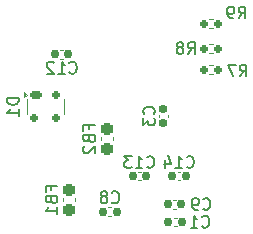
<source format=gbr>
%TF.GenerationSoftware,KiCad,Pcbnew,8.0.5*%
%TF.CreationDate,2024-10-07T14:28:25-07:00*%
%TF.ProjectId,USB_SPII2CK,5553425f-5350-4494-9932-434b2e6b6963,rev?*%
%TF.SameCoordinates,Original*%
%TF.FileFunction,Legend,Bot*%
%TF.FilePolarity,Positive*%
%FSLAX46Y46*%
G04 Gerber Fmt 4.6, Leading zero omitted, Abs format (unit mm)*
G04 Created by KiCad (PCBNEW 8.0.5) date 2024-10-07 14:28:25*
%MOMM*%
%LPD*%
G01*
G04 APERTURE LIST*
G04 Aperture macros list*
%AMRoundRect*
0 Rectangle with rounded corners*
0 $1 Rounding radius*
0 $2 $3 $4 $5 $6 $7 $8 $9 X,Y pos of 4 corners*
0 Add a 4 corners polygon primitive as box body*
4,1,4,$2,$3,$4,$5,$6,$7,$8,$9,$2,$3,0*
0 Add four circle primitives for the rounded corners*
1,1,$1+$1,$2,$3*
1,1,$1+$1,$4,$5*
1,1,$1+$1,$6,$7*
1,1,$1+$1,$8,$9*
0 Add four rect primitives between the rounded corners*
20,1,$1+$1,$2,$3,$4,$5,0*
20,1,$1+$1,$4,$5,$6,$7,0*
20,1,$1+$1,$6,$7,$8,$9,0*
20,1,$1+$1,$8,$9,$2,$3,0*%
G04 Aperture macros list end*
%ADD10C,0.150000*%
%ADD11C,0.120000*%
%ADD12O,1.600000X0.900000*%
%ADD13RoundRect,0.250000X-0.600000X-0.600000X0.600000X-0.600000X0.600000X0.600000X-0.600000X0.600000X0*%
%ADD14C,1.700000*%
%ADD15R,1.000000X1.000000*%
%ADD16O,1.000000X1.000000*%
%ADD17RoundRect,0.155000X0.212500X0.155000X-0.212500X0.155000X-0.212500X-0.155000X0.212500X-0.155000X0*%
%ADD18RoundRect,0.160000X0.197500X0.160000X-0.197500X0.160000X-0.197500X-0.160000X0.197500X-0.160000X0*%
%ADD19C,3.000000*%
%ADD20RoundRect,0.155000X-0.212500X-0.155000X0.212500X-0.155000X0.212500X0.155000X-0.212500X0.155000X0*%
%ADD21RoundRect,0.237500X-0.237500X0.300000X-0.237500X-0.300000X0.237500X-0.300000X0.237500X0.300000X0*%
%ADD22RoundRect,0.155000X-0.155000X0.212500X-0.155000X-0.212500X0.155000X-0.212500X0.155000X0.212500X0*%
%ADD23RoundRect,0.175000X-0.325000X0.175000X-0.325000X-0.175000X0.325000X-0.175000X0.325000X0.175000X0*%
%ADD24RoundRect,0.150000X-0.150000X0.200000X-0.150000X-0.200000X0.150000X-0.200000X0.150000X0.200000X0*%
G04 APERTURE END LIST*
D10*
X143466666Y-106159580D02*
X143514285Y-106207200D01*
X143514285Y-106207200D02*
X143657142Y-106254819D01*
X143657142Y-106254819D02*
X143752380Y-106254819D01*
X143752380Y-106254819D02*
X143895237Y-106207200D01*
X143895237Y-106207200D02*
X143990475Y-106111961D01*
X143990475Y-106111961D02*
X144038094Y-106016723D01*
X144038094Y-106016723D02*
X144085713Y-105826247D01*
X144085713Y-105826247D02*
X144085713Y-105683390D01*
X144085713Y-105683390D02*
X144038094Y-105492914D01*
X144038094Y-105492914D02*
X143990475Y-105397676D01*
X143990475Y-105397676D02*
X143895237Y-105302438D01*
X143895237Y-105302438D02*
X143752380Y-105254819D01*
X143752380Y-105254819D02*
X143657142Y-105254819D01*
X143657142Y-105254819D02*
X143514285Y-105302438D01*
X143514285Y-105302438D02*
X143466666Y-105350057D01*
X142990475Y-106254819D02*
X142799999Y-106254819D01*
X142799999Y-106254819D02*
X142704761Y-106207200D01*
X142704761Y-106207200D02*
X142657142Y-106159580D01*
X142657142Y-106159580D02*
X142561904Y-106016723D01*
X142561904Y-106016723D02*
X142514285Y-105826247D01*
X142514285Y-105826247D02*
X142514285Y-105445295D01*
X142514285Y-105445295D02*
X142561904Y-105350057D01*
X142561904Y-105350057D02*
X142609523Y-105302438D01*
X142609523Y-105302438D02*
X142704761Y-105254819D01*
X142704761Y-105254819D02*
X142895237Y-105254819D01*
X142895237Y-105254819D02*
X142990475Y-105302438D01*
X142990475Y-105302438D02*
X143038094Y-105350057D01*
X143038094Y-105350057D02*
X143085713Y-105445295D01*
X143085713Y-105445295D02*
X143085713Y-105683390D01*
X143085713Y-105683390D02*
X143038094Y-105778628D01*
X143038094Y-105778628D02*
X142990475Y-105826247D01*
X142990475Y-105826247D02*
X142895237Y-105873866D01*
X142895237Y-105873866D02*
X142704761Y-105873866D01*
X142704761Y-105873866D02*
X142609523Y-105826247D01*
X142609523Y-105826247D02*
X142561904Y-105778628D01*
X142561904Y-105778628D02*
X142514285Y-105683390D01*
X135734166Y-105599580D02*
X135781785Y-105647200D01*
X135781785Y-105647200D02*
X135924642Y-105694819D01*
X135924642Y-105694819D02*
X136019880Y-105694819D01*
X136019880Y-105694819D02*
X136162737Y-105647200D01*
X136162737Y-105647200D02*
X136257975Y-105551961D01*
X136257975Y-105551961D02*
X136305594Y-105456723D01*
X136305594Y-105456723D02*
X136353213Y-105266247D01*
X136353213Y-105266247D02*
X136353213Y-105123390D01*
X136353213Y-105123390D02*
X136305594Y-104932914D01*
X136305594Y-104932914D02*
X136257975Y-104837676D01*
X136257975Y-104837676D02*
X136162737Y-104742438D01*
X136162737Y-104742438D02*
X136019880Y-104694819D01*
X136019880Y-104694819D02*
X135924642Y-104694819D01*
X135924642Y-104694819D02*
X135781785Y-104742438D01*
X135781785Y-104742438D02*
X135734166Y-104790057D01*
X135162737Y-105123390D02*
X135257975Y-105075771D01*
X135257975Y-105075771D02*
X135305594Y-105028152D01*
X135305594Y-105028152D02*
X135353213Y-104932914D01*
X135353213Y-104932914D02*
X135353213Y-104885295D01*
X135353213Y-104885295D02*
X135305594Y-104790057D01*
X135305594Y-104790057D02*
X135257975Y-104742438D01*
X135257975Y-104742438D02*
X135162737Y-104694819D01*
X135162737Y-104694819D02*
X134972261Y-104694819D01*
X134972261Y-104694819D02*
X134877023Y-104742438D01*
X134877023Y-104742438D02*
X134829404Y-104790057D01*
X134829404Y-104790057D02*
X134781785Y-104885295D01*
X134781785Y-104885295D02*
X134781785Y-104932914D01*
X134781785Y-104932914D02*
X134829404Y-105028152D01*
X134829404Y-105028152D02*
X134877023Y-105075771D01*
X134877023Y-105075771D02*
X134972261Y-105123390D01*
X134972261Y-105123390D02*
X135162737Y-105123390D01*
X135162737Y-105123390D02*
X135257975Y-105171009D01*
X135257975Y-105171009D02*
X135305594Y-105218628D01*
X135305594Y-105218628D02*
X135353213Y-105313866D01*
X135353213Y-105313866D02*
X135353213Y-105504342D01*
X135353213Y-105504342D02*
X135305594Y-105599580D01*
X135305594Y-105599580D02*
X135257975Y-105647200D01*
X135257975Y-105647200D02*
X135162737Y-105694819D01*
X135162737Y-105694819D02*
X134972261Y-105694819D01*
X134972261Y-105694819D02*
X134877023Y-105647200D01*
X134877023Y-105647200D02*
X134829404Y-105599580D01*
X134829404Y-105599580D02*
X134781785Y-105504342D01*
X134781785Y-105504342D02*
X134781785Y-105313866D01*
X134781785Y-105313866D02*
X134829404Y-105218628D01*
X134829404Y-105218628D02*
X134877023Y-105171009D01*
X134877023Y-105171009D02*
X134972261Y-105123390D01*
X143366666Y-107659580D02*
X143414285Y-107707200D01*
X143414285Y-107707200D02*
X143557142Y-107754819D01*
X143557142Y-107754819D02*
X143652380Y-107754819D01*
X143652380Y-107754819D02*
X143795237Y-107707200D01*
X143795237Y-107707200D02*
X143890475Y-107611961D01*
X143890475Y-107611961D02*
X143938094Y-107516723D01*
X143938094Y-107516723D02*
X143985713Y-107326247D01*
X143985713Y-107326247D02*
X143985713Y-107183390D01*
X143985713Y-107183390D02*
X143938094Y-106992914D01*
X143938094Y-106992914D02*
X143890475Y-106897676D01*
X143890475Y-106897676D02*
X143795237Y-106802438D01*
X143795237Y-106802438D02*
X143652380Y-106754819D01*
X143652380Y-106754819D02*
X143557142Y-106754819D01*
X143557142Y-106754819D02*
X143414285Y-106802438D01*
X143414285Y-106802438D02*
X143366666Y-106850057D01*
X142414285Y-107754819D02*
X142985713Y-107754819D01*
X142699999Y-107754819D02*
X142699999Y-106754819D01*
X142699999Y-106754819D02*
X142795237Y-106897676D01*
X142795237Y-106897676D02*
X142890475Y-106992914D01*
X142890475Y-106992914D02*
X142985713Y-107040533D01*
X142166666Y-93054819D02*
X142499999Y-92578628D01*
X142738094Y-93054819D02*
X142738094Y-92054819D01*
X142738094Y-92054819D02*
X142357142Y-92054819D01*
X142357142Y-92054819D02*
X142261904Y-92102438D01*
X142261904Y-92102438D02*
X142214285Y-92150057D01*
X142214285Y-92150057D02*
X142166666Y-92245295D01*
X142166666Y-92245295D02*
X142166666Y-92388152D01*
X142166666Y-92388152D02*
X142214285Y-92483390D01*
X142214285Y-92483390D02*
X142261904Y-92531009D01*
X142261904Y-92531009D02*
X142357142Y-92578628D01*
X142357142Y-92578628D02*
X142738094Y-92578628D01*
X141595237Y-92483390D02*
X141690475Y-92435771D01*
X141690475Y-92435771D02*
X141738094Y-92388152D01*
X141738094Y-92388152D02*
X141785713Y-92292914D01*
X141785713Y-92292914D02*
X141785713Y-92245295D01*
X141785713Y-92245295D02*
X141738094Y-92150057D01*
X141738094Y-92150057D02*
X141690475Y-92102438D01*
X141690475Y-92102438D02*
X141595237Y-92054819D01*
X141595237Y-92054819D02*
X141404761Y-92054819D01*
X141404761Y-92054819D02*
X141309523Y-92102438D01*
X141309523Y-92102438D02*
X141261904Y-92150057D01*
X141261904Y-92150057D02*
X141214285Y-92245295D01*
X141214285Y-92245295D02*
X141214285Y-92292914D01*
X141214285Y-92292914D02*
X141261904Y-92388152D01*
X141261904Y-92388152D02*
X141309523Y-92435771D01*
X141309523Y-92435771D02*
X141404761Y-92483390D01*
X141404761Y-92483390D02*
X141595237Y-92483390D01*
X141595237Y-92483390D02*
X141690475Y-92531009D01*
X141690475Y-92531009D02*
X141738094Y-92578628D01*
X141738094Y-92578628D02*
X141785713Y-92673866D01*
X141785713Y-92673866D02*
X141785713Y-92864342D01*
X141785713Y-92864342D02*
X141738094Y-92959580D01*
X141738094Y-92959580D02*
X141690475Y-93007200D01*
X141690475Y-93007200D02*
X141595237Y-93054819D01*
X141595237Y-93054819D02*
X141404761Y-93054819D01*
X141404761Y-93054819D02*
X141309523Y-93007200D01*
X141309523Y-93007200D02*
X141261904Y-92959580D01*
X141261904Y-92959580D02*
X141214285Y-92864342D01*
X141214285Y-92864342D02*
X141214285Y-92673866D01*
X141214285Y-92673866D02*
X141261904Y-92578628D01*
X141261904Y-92578628D02*
X141309523Y-92531009D01*
X141309523Y-92531009D02*
X141404761Y-92483390D01*
X142075357Y-102599580D02*
X142122976Y-102647200D01*
X142122976Y-102647200D02*
X142265833Y-102694819D01*
X142265833Y-102694819D02*
X142361071Y-102694819D01*
X142361071Y-102694819D02*
X142503928Y-102647200D01*
X142503928Y-102647200D02*
X142599166Y-102551961D01*
X142599166Y-102551961D02*
X142646785Y-102456723D01*
X142646785Y-102456723D02*
X142694404Y-102266247D01*
X142694404Y-102266247D02*
X142694404Y-102123390D01*
X142694404Y-102123390D02*
X142646785Y-101932914D01*
X142646785Y-101932914D02*
X142599166Y-101837676D01*
X142599166Y-101837676D02*
X142503928Y-101742438D01*
X142503928Y-101742438D02*
X142361071Y-101694819D01*
X142361071Y-101694819D02*
X142265833Y-101694819D01*
X142265833Y-101694819D02*
X142122976Y-101742438D01*
X142122976Y-101742438D02*
X142075357Y-101790057D01*
X141122976Y-102694819D02*
X141694404Y-102694819D01*
X141408690Y-102694819D02*
X141408690Y-101694819D01*
X141408690Y-101694819D02*
X141503928Y-101837676D01*
X141503928Y-101837676D02*
X141599166Y-101932914D01*
X141599166Y-101932914D02*
X141694404Y-101980533D01*
X140265833Y-102028152D02*
X140265833Y-102694819D01*
X140503928Y-101647200D02*
X140742023Y-102361485D01*
X140742023Y-102361485D02*
X140122976Y-102361485D01*
X132142857Y-94619580D02*
X132190476Y-94667200D01*
X132190476Y-94667200D02*
X132333333Y-94714819D01*
X132333333Y-94714819D02*
X132428571Y-94714819D01*
X132428571Y-94714819D02*
X132571428Y-94667200D01*
X132571428Y-94667200D02*
X132666666Y-94571961D01*
X132666666Y-94571961D02*
X132714285Y-94476723D01*
X132714285Y-94476723D02*
X132761904Y-94286247D01*
X132761904Y-94286247D02*
X132761904Y-94143390D01*
X132761904Y-94143390D02*
X132714285Y-93952914D01*
X132714285Y-93952914D02*
X132666666Y-93857676D01*
X132666666Y-93857676D02*
X132571428Y-93762438D01*
X132571428Y-93762438D02*
X132428571Y-93714819D01*
X132428571Y-93714819D02*
X132333333Y-93714819D01*
X132333333Y-93714819D02*
X132190476Y-93762438D01*
X132190476Y-93762438D02*
X132142857Y-93810057D01*
X131190476Y-94714819D02*
X131761904Y-94714819D01*
X131476190Y-94714819D02*
X131476190Y-93714819D01*
X131476190Y-93714819D02*
X131571428Y-93857676D01*
X131571428Y-93857676D02*
X131666666Y-93952914D01*
X131666666Y-93952914D02*
X131761904Y-94000533D01*
X130809523Y-93810057D02*
X130761904Y-93762438D01*
X130761904Y-93762438D02*
X130666666Y-93714819D01*
X130666666Y-93714819D02*
X130428571Y-93714819D01*
X130428571Y-93714819D02*
X130333333Y-93762438D01*
X130333333Y-93762438D02*
X130285714Y-93810057D01*
X130285714Y-93810057D02*
X130238095Y-93905295D01*
X130238095Y-93905295D02*
X130238095Y-94000533D01*
X130238095Y-94000533D02*
X130285714Y-94143390D01*
X130285714Y-94143390D02*
X130857142Y-94714819D01*
X130857142Y-94714819D02*
X130238095Y-94714819D01*
X130601009Y-104566666D02*
X130601009Y-104233333D01*
X131124819Y-104233333D02*
X130124819Y-104233333D01*
X130124819Y-104233333D02*
X130124819Y-104709523D01*
X130601009Y-105423809D02*
X130648628Y-105566666D01*
X130648628Y-105566666D02*
X130696247Y-105614285D01*
X130696247Y-105614285D02*
X130791485Y-105661904D01*
X130791485Y-105661904D02*
X130934342Y-105661904D01*
X130934342Y-105661904D02*
X131029580Y-105614285D01*
X131029580Y-105614285D02*
X131077200Y-105566666D01*
X131077200Y-105566666D02*
X131124819Y-105471428D01*
X131124819Y-105471428D02*
X131124819Y-105090476D01*
X131124819Y-105090476D02*
X130124819Y-105090476D01*
X130124819Y-105090476D02*
X130124819Y-105423809D01*
X130124819Y-105423809D02*
X130172438Y-105519047D01*
X130172438Y-105519047D02*
X130220057Y-105566666D01*
X130220057Y-105566666D02*
X130315295Y-105614285D01*
X130315295Y-105614285D02*
X130410533Y-105614285D01*
X130410533Y-105614285D02*
X130505771Y-105566666D01*
X130505771Y-105566666D02*
X130553390Y-105519047D01*
X130553390Y-105519047D02*
X130601009Y-105423809D01*
X130601009Y-105423809D02*
X130601009Y-105090476D01*
X131124819Y-106614285D02*
X131124819Y-106042857D01*
X131124819Y-106328571D02*
X130124819Y-106328571D01*
X130124819Y-106328571D02*
X130267676Y-106233333D01*
X130267676Y-106233333D02*
X130362914Y-106138095D01*
X130362914Y-106138095D02*
X130410533Y-106042857D01*
X139299580Y-98133333D02*
X139347200Y-98085714D01*
X139347200Y-98085714D02*
X139394819Y-97942857D01*
X139394819Y-97942857D02*
X139394819Y-97847619D01*
X139394819Y-97847619D02*
X139347200Y-97704762D01*
X139347200Y-97704762D02*
X139251961Y-97609524D01*
X139251961Y-97609524D02*
X139156723Y-97561905D01*
X139156723Y-97561905D02*
X138966247Y-97514286D01*
X138966247Y-97514286D02*
X138823390Y-97514286D01*
X138823390Y-97514286D02*
X138632914Y-97561905D01*
X138632914Y-97561905D02*
X138537676Y-97609524D01*
X138537676Y-97609524D02*
X138442438Y-97704762D01*
X138442438Y-97704762D02*
X138394819Y-97847619D01*
X138394819Y-97847619D02*
X138394819Y-97942857D01*
X138394819Y-97942857D02*
X138442438Y-98085714D01*
X138442438Y-98085714D02*
X138490057Y-98133333D01*
X138394819Y-98466667D02*
X138394819Y-99085714D01*
X138394819Y-99085714D02*
X138775771Y-98752381D01*
X138775771Y-98752381D02*
X138775771Y-98895238D01*
X138775771Y-98895238D02*
X138823390Y-98990476D01*
X138823390Y-98990476D02*
X138871009Y-99038095D01*
X138871009Y-99038095D02*
X138966247Y-99085714D01*
X138966247Y-99085714D02*
X139204342Y-99085714D01*
X139204342Y-99085714D02*
X139299580Y-99038095D01*
X139299580Y-99038095D02*
X139347200Y-98990476D01*
X139347200Y-98990476D02*
X139394819Y-98895238D01*
X139394819Y-98895238D02*
X139394819Y-98609524D01*
X139394819Y-98609524D02*
X139347200Y-98514286D01*
X139347200Y-98514286D02*
X139299580Y-98466667D01*
X138710357Y-102599580D02*
X138757976Y-102647200D01*
X138757976Y-102647200D02*
X138900833Y-102694819D01*
X138900833Y-102694819D02*
X138996071Y-102694819D01*
X138996071Y-102694819D02*
X139138928Y-102647200D01*
X139138928Y-102647200D02*
X139234166Y-102551961D01*
X139234166Y-102551961D02*
X139281785Y-102456723D01*
X139281785Y-102456723D02*
X139329404Y-102266247D01*
X139329404Y-102266247D02*
X139329404Y-102123390D01*
X139329404Y-102123390D02*
X139281785Y-101932914D01*
X139281785Y-101932914D02*
X139234166Y-101837676D01*
X139234166Y-101837676D02*
X139138928Y-101742438D01*
X139138928Y-101742438D02*
X138996071Y-101694819D01*
X138996071Y-101694819D02*
X138900833Y-101694819D01*
X138900833Y-101694819D02*
X138757976Y-101742438D01*
X138757976Y-101742438D02*
X138710357Y-101790057D01*
X137757976Y-102694819D02*
X138329404Y-102694819D01*
X138043690Y-102694819D02*
X138043690Y-101694819D01*
X138043690Y-101694819D02*
X138138928Y-101837676D01*
X138138928Y-101837676D02*
X138234166Y-101932914D01*
X138234166Y-101932914D02*
X138329404Y-101980533D01*
X137424642Y-101694819D02*
X136805595Y-101694819D01*
X136805595Y-101694819D02*
X137138928Y-102075771D01*
X137138928Y-102075771D02*
X136996071Y-102075771D01*
X136996071Y-102075771D02*
X136900833Y-102123390D01*
X136900833Y-102123390D02*
X136853214Y-102171009D01*
X136853214Y-102171009D02*
X136805595Y-102266247D01*
X136805595Y-102266247D02*
X136805595Y-102504342D01*
X136805595Y-102504342D02*
X136853214Y-102599580D01*
X136853214Y-102599580D02*
X136900833Y-102647200D01*
X136900833Y-102647200D02*
X136996071Y-102694819D01*
X136996071Y-102694819D02*
X137281785Y-102694819D01*
X137281785Y-102694819D02*
X137377023Y-102647200D01*
X137377023Y-102647200D02*
X137424642Y-102599580D01*
X127854819Y-96781905D02*
X126854819Y-96781905D01*
X126854819Y-96781905D02*
X126854819Y-97020000D01*
X126854819Y-97020000D02*
X126902438Y-97162857D01*
X126902438Y-97162857D02*
X126997676Y-97258095D01*
X126997676Y-97258095D02*
X127092914Y-97305714D01*
X127092914Y-97305714D02*
X127283390Y-97353333D01*
X127283390Y-97353333D02*
X127426247Y-97353333D01*
X127426247Y-97353333D02*
X127616723Y-97305714D01*
X127616723Y-97305714D02*
X127711961Y-97258095D01*
X127711961Y-97258095D02*
X127807200Y-97162857D01*
X127807200Y-97162857D02*
X127854819Y-97020000D01*
X127854819Y-97020000D02*
X127854819Y-96781905D01*
X127854819Y-98305714D02*
X127854819Y-97734286D01*
X127854819Y-98020000D02*
X126854819Y-98020000D01*
X126854819Y-98020000D02*
X126997676Y-97924762D01*
X126997676Y-97924762D02*
X127092914Y-97829524D01*
X127092914Y-97829524D02*
X127140533Y-97734286D01*
X133801009Y-99404166D02*
X133801009Y-99070833D01*
X134324819Y-99070833D02*
X133324819Y-99070833D01*
X133324819Y-99070833D02*
X133324819Y-99547023D01*
X133801009Y-100261309D02*
X133848628Y-100404166D01*
X133848628Y-100404166D02*
X133896247Y-100451785D01*
X133896247Y-100451785D02*
X133991485Y-100499404D01*
X133991485Y-100499404D02*
X134134342Y-100499404D01*
X134134342Y-100499404D02*
X134229580Y-100451785D01*
X134229580Y-100451785D02*
X134277200Y-100404166D01*
X134277200Y-100404166D02*
X134324819Y-100308928D01*
X134324819Y-100308928D02*
X134324819Y-99927976D01*
X134324819Y-99927976D02*
X133324819Y-99927976D01*
X133324819Y-99927976D02*
X133324819Y-100261309D01*
X133324819Y-100261309D02*
X133372438Y-100356547D01*
X133372438Y-100356547D02*
X133420057Y-100404166D01*
X133420057Y-100404166D02*
X133515295Y-100451785D01*
X133515295Y-100451785D02*
X133610533Y-100451785D01*
X133610533Y-100451785D02*
X133705771Y-100404166D01*
X133705771Y-100404166D02*
X133753390Y-100356547D01*
X133753390Y-100356547D02*
X133801009Y-100261309D01*
X133801009Y-100261309D02*
X133801009Y-99927976D01*
X133420057Y-100880357D02*
X133372438Y-100927976D01*
X133372438Y-100927976D02*
X133324819Y-101023214D01*
X133324819Y-101023214D02*
X133324819Y-101261309D01*
X133324819Y-101261309D02*
X133372438Y-101356547D01*
X133372438Y-101356547D02*
X133420057Y-101404166D01*
X133420057Y-101404166D02*
X133515295Y-101451785D01*
X133515295Y-101451785D02*
X133610533Y-101451785D01*
X133610533Y-101451785D02*
X133753390Y-101404166D01*
X133753390Y-101404166D02*
X134324819Y-100832738D01*
X134324819Y-100832738D02*
X134324819Y-101451785D01*
X146466666Y-90054819D02*
X146799999Y-89578628D01*
X147038094Y-90054819D02*
X147038094Y-89054819D01*
X147038094Y-89054819D02*
X146657142Y-89054819D01*
X146657142Y-89054819D02*
X146561904Y-89102438D01*
X146561904Y-89102438D02*
X146514285Y-89150057D01*
X146514285Y-89150057D02*
X146466666Y-89245295D01*
X146466666Y-89245295D02*
X146466666Y-89388152D01*
X146466666Y-89388152D02*
X146514285Y-89483390D01*
X146514285Y-89483390D02*
X146561904Y-89531009D01*
X146561904Y-89531009D02*
X146657142Y-89578628D01*
X146657142Y-89578628D02*
X147038094Y-89578628D01*
X145990475Y-90054819D02*
X145799999Y-90054819D01*
X145799999Y-90054819D02*
X145704761Y-90007200D01*
X145704761Y-90007200D02*
X145657142Y-89959580D01*
X145657142Y-89959580D02*
X145561904Y-89816723D01*
X145561904Y-89816723D02*
X145514285Y-89626247D01*
X145514285Y-89626247D02*
X145514285Y-89245295D01*
X145514285Y-89245295D02*
X145561904Y-89150057D01*
X145561904Y-89150057D02*
X145609523Y-89102438D01*
X145609523Y-89102438D02*
X145704761Y-89054819D01*
X145704761Y-89054819D02*
X145895237Y-89054819D01*
X145895237Y-89054819D02*
X145990475Y-89102438D01*
X145990475Y-89102438D02*
X146038094Y-89150057D01*
X146038094Y-89150057D02*
X146085713Y-89245295D01*
X146085713Y-89245295D02*
X146085713Y-89483390D01*
X146085713Y-89483390D02*
X146038094Y-89578628D01*
X146038094Y-89578628D02*
X145990475Y-89626247D01*
X145990475Y-89626247D02*
X145895237Y-89673866D01*
X145895237Y-89673866D02*
X145704761Y-89673866D01*
X145704761Y-89673866D02*
X145609523Y-89626247D01*
X145609523Y-89626247D02*
X145561904Y-89578628D01*
X145561904Y-89578628D02*
X145514285Y-89483390D01*
X146566666Y-94954819D02*
X146899999Y-94478628D01*
X147138094Y-94954819D02*
X147138094Y-93954819D01*
X147138094Y-93954819D02*
X146757142Y-93954819D01*
X146757142Y-93954819D02*
X146661904Y-94002438D01*
X146661904Y-94002438D02*
X146614285Y-94050057D01*
X146614285Y-94050057D02*
X146566666Y-94145295D01*
X146566666Y-94145295D02*
X146566666Y-94288152D01*
X146566666Y-94288152D02*
X146614285Y-94383390D01*
X146614285Y-94383390D02*
X146661904Y-94431009D01*
X146661904Y-94431009D02*
X146757142Y-94478628D01*
X146757142Y-94478628D02*
X147138094Y-94478628D01*
X146233332Y-93954819D02*
X145566666Y-93954819D01*
X145566666Y-93954819D02*
X145995237Y-94954819D01*
D11*
%TO.C,C9*%
X140951665Y-105440000D02*
X141183335Y-105440000D01*
X140951665Y-106160000D02*
X141183335Y-106160000D01*
%TO.C,C8*%
X135451665Y-106040000D02*
X135683335Y-106040000D01*
X135451665Y-106760000D02*
X135683335Y-106760000D01*
%TO.C,C1*%
X140984165Y-106940000D02*
X141215835Y-106940000D01*
X140984165Y-107660000D02*
X141215835Y-107660000D01*
%TO.C,R8*%
X143929879Y-92220000D02*
X144265121Y-92220000D01*
X143929879Y-92980000D02*
X144265121Y-92980000D01*
%TO.C,C14*%
X141316665Y-103040000D02*
X141548335Y-103040000D01*
X141316665Y-103760000D02*
X141548335Y-103760000D01*
%TO.C,C12*%
X131615835Y-92740000D02*
X131384165Y-92740000D01*
X131615835Y-93460000D02*
X131384165Y-93460000D01*
%TO.C,FB1*%
X131590000Y-105546267D02*
X131590000Y-105253733D01*
X132610000Y-105546267D02*
X132610000Y-105253733D01*
%TO.C,C3*%
X139740000Y-98415835D02*
X139740000Y-98184165D01*
X140460000Y-98415835D02*
X140460000Y-98184165D01*
%TO.C,C13*%
X137951665Y-103040000D02*
X138183335Y-103040000D01*
X137951665Y-103760000D02*
X138183335Y-103760000D01*
%TO.C,D1*%
X128540000Y-96880000D02*
X128540000Y-98150000D01*
X131660000Y-98150000D02*
X131660000Y-96850000D01*
X128590000Y-96500000D02*
X128260000Y-96740000D01*
X128260000Y-96260000D01*
X128590000Y-96500000D01*
G36*
X128590000Y-96500000D02*
G01*
X128260000Y-96740000D01*
X128260000Y-96260000D01*
X128590000Y-96500000D01*
G37*
%TO.C,FB2*%
X134790000Y-100383767D02*
X134790000Y-100091233D01*
X135810000Y-100383767D02*
X135810000Y-100091233D01*
%TO.C,R9*%
X143929879Y-90120000D02*
X144265121Y-90120000D01*
X143929879Y-90880000D02*
X144265121Y-90880000D01*
%TO.C,R7*%
X143929879Y-94020000D02*
X144265121Y-94020000D01*
X143929879Y-94780000D02*
X144265121Y-94780000D01*
%TD*%
%LPC*%
D12*
%TO.C,J4*%
X124200000Y-94400000D03*
X124200000Y-101000000D03*
%TD*%
D13*
%TO.C,J1*%
X159500000Y-92640000D03*
D14*
X162040000Y-92640000D03*
X159500000Y-95180000D03*
X162040000Y-95180000D03*
X159500000Y-97720000D03*
X162040000Y-97720000D03*
X159500000Y-100260000D03*
X162040000Y-100260000D03*
X159500000Y-102800000D03*
X162040000Y-102800000D03*
%TD*%
D15*
%TO.C,J6*%
X168830000Y-93520000D03*
D16*
X170100000Y-93520000D03*
X168830000Y-94790000D03*
X170100000Y-94790000D03*
X168830000Y-96060000D03*
X170100000Y-96060000D03*
X168830000Y-97330000D03*
X170100000Y-97330000D03*
X168830000Y-98600000D03*
X170100000Y-98600000D03*
X168830000Y-99870000D03*
X170100000Y-99870000D03*
X168830000Y-101140000D03*
X170100000Y-101140000D03*
X168830000Y-102410000D03*
X170100000Y-102410000D03*
%TD*%
D17*
%TO.C,C9*%
X141635000Y-105800000D03*
X140500000Y-105800000D03*
%TD*%
%TO.C,C8*%
X136135000Y-106400000D03*
X135000000Y-106400000D03*
%TD*%
%TO.C,C1*%
X141667500Y-107300000D03*
X140532500Y-107300000D03*
%TD*%
D18*
%TO.C,R8*%
X144695000Y-92600000D03*
X143500000Y-92600000D03*
%TD*%
D17*
%TO.C,C14*%
X142000000Y-103400000D03*
X140865000Y-103400000D03*
%TD*%
D19*
%TO.C,FID4*%
X165200000Y-112300000D03*
%TD*%
D20*
%TO.C,C12*%
X130932500Y-93100000D03*
X132067500Y-93100000D03*
%TD*%
D21*
%TO.C,FB1*%
X132100000Y-104537500D03*
X132100000Y-106262500D03*
%TD*%
D19*
%TO.C,FID3*%
X129500000Y-86100000D03*
%TD*%
D22*
%TO.C,C3*%
X140100000Y-97732500D03*
X140100000Y-98867500D03*
%TD*%
D17*
%TO.C,C13*%
X138635000Y-103400000D03*
X137500000Y-103400000D03*
%TD*%
D23*
%TO.C,D1*%
X129350000Y-96500000D03*
D24*
X131050000Y-96500000D03*
X131050000Y-98500000D03*
X129150000Y-98500000D03*
%TD*%
D21*
%TO.C,FB2*%
X135300000Y-99375000D03*
X135300000Y-101100000D03*
%TD*%
D18*
%TO.C,R9*%
X144695000Y-90500000D03*
X143500000Y-90500000D03*
%TD*%
%TO.C,R7*%
X144695000Y-94400000D03*
X143500000Y-94400000D03*
%TD*%
%LPD*%
M02*

</source>
